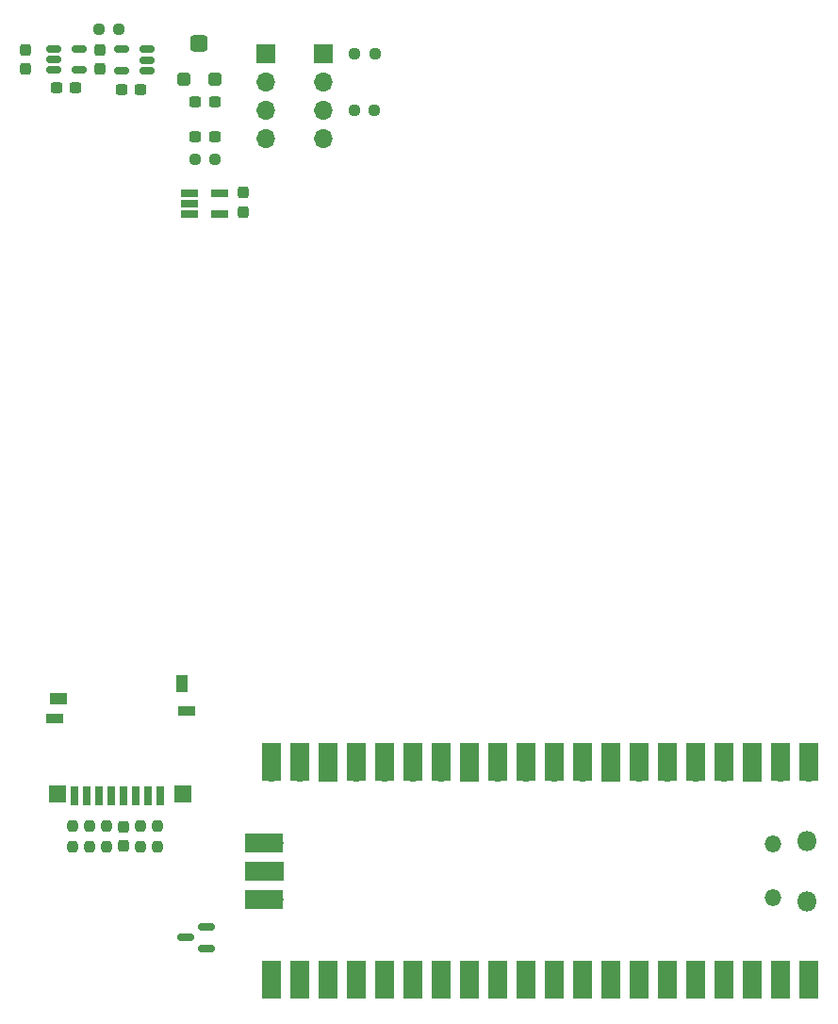
<source format=gts>
%TF.GenerationSoftware,KiCad,Pcbnew,(6.0.2-0)*%
%TF.CreationDate,2022-05-28T22:41:11-04:00*%
%TF.ProjectId,memory-phone-pcb,6d656d6f-7279-42d7-9068-6f6e652d7063,rev?*%
%TF.SameCoordinates,Original*%
%TF.FileFunction,Soldermask,Top*%
%TF.FilePolarity,Negative*%
%FSLAX46Y46*%
G04 Gerber Fmt 4.6, Leading zero omitted, Abs format (unit mm)*
G04 Created by KiCad (PCBNEW (6.0.2-0)) date 2022-05-28 22:41:11*
%MOMM*%
%LPD*%
G01*
G04 APERTURE LIST*
G04 Aperture macros list*
%AMRoundRect*
0 Rectangle with rounded corners*
0 $1 Rounding radius*
0 $2 $3 $4 $5 $6 $7 $8 $9 X,Y pos of 4 corners*
0 Add a 4 corners polygon primitive as box body*
4,1,4,$2,$3,$4,$5,$6,$7,$8,$9,$2,$3,0*
0 Add four circle primitives for the rounded corners*
1,1,$1+$1,$2,$3*
1,1,$1+$1,$4,$5*
1,1,$1+$1,$6,$7*
1,1,$1+$1,$8,$9*
0 Add four rect primitives between the rounded corners*
20,1,$1+$1,$2,$3,$4,$5,0*
20,1,$1+$1,$4,$5,$6,$7,0*
20,1,$1+$1,$6,$7,$8,$9,0*
20,1,$1+$1,$8,$9,$2,$3,0*%
G04 Aperture macros list end*
%ADD10O,1.500000X1.500000*%
%ADD11O,1.800000X1.800000*%
%ADD12O,1.700000X1.700000*%
%ADD13R,1.700000X3.500000*%
%ADD14R,1.700000X1.700000*%
%ADD15R,3.500000X1.700000*%
%ADD16RoundRect,0.237500X0.237500X-0.300000X0.237500X0.300000X-0.237500X0.300000X-0.237500X-0.300000X0*%
%ADD17RoundRect,0.237500X0.237500X-0.250000X0.237500X0.250000X-0.237500X0.250000X-0.237500X-0.250000X0*%
%ADD18RoundRect,0.150000X-0.512500X-0.150000X0.512500X-0.150000X0.512500X0.150000X-0.512500X0.150000X0*%
%ADD19RoundRect,0.150000X0.587500X0.150000X-0.587500X0.150000X-0.587500X-0.150000X0.587500X-0.150000X0*%
%ADD20RoundRect,0.237500X0.300000X0.237500X-0.300000X0.237500X-0.300000X-0.237500X0.300000X-0.237500X0*%
%ADD21RoundRect,0.237500X-0.250000X-0.237500X0.250000X-0.237500X0.250000X0.237500X-0.250000X0.237500X0*%
%ADD22RoundRect,0.150000X0.512500X0.150000X-0.512500X0.150000X-0.512500X-0.150000X0.512500X-0.150000X0*%
%ADD23RoundRect,0.237500X0.250000X0.237500X-0.250000X0.237500X-0.250000X-0.237500X0.250000X-0.237500X0*%
%ADD24R,0.762000X1.803400*%
%ADD25R,1.498600X1.498600*%
%ADD26R,1.549400X0.838200*%
%ADD27R,1.549400X1.041400*%
%ADD28R,1.041400X1.549400*%
%ADD29RoundRect,0.300000X-0.300000X-0.300000X0.300000X-0.300000X0.300000X0.300000X-0.300000X0.300000X0*%
%ADD30RoundRect,0.375000X-0.425000X-0.375000X0.425000X-0.375000X0.425000X0.375000X-0.425000X0.375000X0*%
%ADD31RoundRect,0.237500X-0.237500X0.250000X-0.237500X-0.250000X0.237500X-0.250000X0.237500X0.250000X0*%
%ADD32RoundRect,0.237500X-0.300000X-0.237500X0.300000X-0.237500X0.300000X0.237500X-0.300000X0.237500X0*%
%ADD33R,1.560000X0.650000*%
G04 APERTURE END LIST*
D10*
%TO.C,U4*%
X116728000Y-139839000D03*
D11*
X119758000Y-134689000D03*
X119758000Y-140139000D03*
D10*
X116728000Y-134989000D03*
D12*
X119888000Y-128524000D03*
D13*
X119888000Y-127624000D03*
D12*
X117348000Y-128524000D03*
D13*
X117348000Y-127624000D03*
X114808000Y-127624000D03*
D14*
X114808000Y-128524000D03*
D13*
X112268000Y-127624000D03*
D12*
X112268000Y-128524000D03*
X109728000Y-128524000D03*
D13*
X109728000Y-127624000D03*
D12*
X107188000Y-128524000D03*
D13*
X107188000Y-127624000D03*
X104648000Y-127624000D03*
D12*
X104648000Y-128524000D03*
D13*
X102108000Y-127624000D03*
D14*
X102108000Y-128524000D03*
D13*
X99568000Y-127624000D03*
D12*
X99568000Y-128524000D03*
D13*
X97028000Y-127624000D03*
D12*
X97028000Y-128524000D03*
D13*
X94488000Y-127624000D03*
D12*
X94488000Y-128524000D03*
X91948000Y-128524000D03*
D13*
X91948000Y-127624000D03*
D14*
X89408000Y-128524000D03*
D13*
X89408000Y-127624000D03*
D12*
X86868000Y-128524000D03*
D13*
X86868000Y-127624000D03*
X84328000Y-127624000D03*
D12*
X84328000Y-128524000D03*
X81788000Y-128524000D03*
D13*
X81788000Y-127624000D03*
D12*
X79248000Y-128524000D03*
D13*
X79248000Y-127624000D03*
X76708000Y-127624000D03*
D14*
X76708000Y-128524000D03*
D12*
X74168000Y-128524000D03*
D13*
X74168000Y-127624000D03*
X71628000Y-127624000D03*
D12*
X71628000Y-128524000D03*
X71628000Y-146304000D03*
D13*
X71628000Y-147204000D03*
X74168000Y-147204000D03*
D12*
X74168000Y-146304000D03*
D13*
X76708000Y-147204000D03*
D14*
X76708000Y-146304000D03*
D12*
X79248000Y-146304000D03*
D13*
X79248000Y-147204000D03*
D12*
X81788000Y-146304000D03*
D13*
X81788000Y-147204000D03*
X84328000Y-147204000D03*
D12*
X84328000Y-146304000D03*
X86868000Y-146304000D03*
D13*
X86868000Y-147204000D03*
D14*
X89408000Y-146304000D03*
D13*
X89408000Y-147204000D03*
X91948000Y-147204000D03*
D12*
X91948000Y-146304000D03*
X94488000Y-146304000D03*
D13*
X94488000Y-147204000D03*
D12*
X97028000Y-146304000D03*
D13*
X97028000Y-147204000D03*
X99568000Y-147204000D03*
D12*
X99568000Y-146304000D03*
D14*
X102108000Y-146304000D03*
D13*
X102108000Y-147204000D03*
X104648000Y-147204000D03*
D12*
X104648000Y-146304000D03*
D13*
X107188000Y-147204000D03*
D12*
X107188000Y-146304000D03*
X109728000Y-146304000D03*
D13*
X109728000Y-147204000D03*
X112268000Y-147204000D03*
D12*
X112268000Y-146304000D03*
D14*
X114808000Y-146304000D03*
D13*
X114808000Y-147204000D03*
X117348000Y-147204000D03*
D12*
X117348000Y-146304000D03*
X119888000Y-146304000D03*
D13*
X119888000Y-147204000D03*
D12*
X71858000Y-134874000D03*
D15*
X70958000Y-134874000D03*
X70958000Y-137414000D03*
D14*
X71858000Y-137414000D03*
D12*
X71858000Y-139954000D03*
D15*
X70958000Y-139954000D03*
%TD*%
D16*
%TO.C,C3*%
X58339289Y-135147789D03*
X58339289Y-133422789D03*
%TD*%
%TO.C,C4*%
X69088000Y-78205500D03*
X69088000Y-76480500D03*
%TD*%
D17*
%TO.C,R2*%
X61387289Y-135197789D03*
X61387289Y-133372789D03*
%TD*%
D18*
%TO.C,U3*%
X52072750Y-63566000D03*
X52072750Y-64516000D03*
X52072750Y-65466000D03*
X54347750Y-65466000D03*
X54347750Y-63566000D03*
%TD*%
D19*
%TO.C,U5*%
X65834500Y-144333000D03*
X65834500Y-142433000D03*
X63959500Y-143383000D03*
%TD*%
D20*
%TO.C,C2*%
X66521500Y-71501000D03*
X64796500Y-71501000D03*
%TD*%
D16*
%TO.C,C6*%
X49527250Y-65378500D03*
X49527250Y-63653500D03*
%TD*%
D21*
%TO.C,R5*%
X64746500Y-73533000D03*
X66571500Y-73533000D03*
%TD*%
D22*
%TO.C,U1*%
X60441000Y-65527000D03*
X60441000Y-64577000D03*
X60441000Y-63627000D03*
X58166000Y-63627000D03*
X58166000Y-65527000D03*
%TD*%
D17*
%TO.C,R3*%
X59863289Y-135197789D03*
X59863289Y-133372789D03*
%TD*%
D23*
%TO.C,R9*%
X80899000Y-69078000D03*
X79074000Y-69078000D03*
%TD*%
D24*
%TO.C,J3*%
X61636001Y-130665990D03*
X60536000Y-130665990D03*
X59436000Y-130665990D03*
X58336000Y-130665990D03*
X57236002Y-130665990D03*
X56136002Y-130665990D03*
X55036001Y-130665990D03*
X53936001Y-130665990D03*
D25*
X52460289Y-130513590D03*
X63710289Y-130513590D03*
D26*
X52130081Y-123688991D03*
X64040497Y-123038990D03*
D27*
X52485605Y-121934989D03*
D28*
X63639583Y-120613991D03*
%TD*%
D29*
%TO.C,RV1*%
X63751000Y-66316000D03*
D30*
X65151000Y-63066000D03*
D29*
X66551000Y-66316000D03*
%TD*%
D31*
%TO.C,R1*%
X56815289Y-133372789D03*
X56815289Y-135197789D03*
%TD*%
D17*
%TO.C,R4*%
X55291289Y-135197789D03*
X55291289Y-133372789D03*
%TD*%
D16*
%TO.C,C8*%
X56258250Y-65378500D03*
X56258250Y-63653500D03*
%TD*%
D20*
%TO.C,C1*%
X66521500Y-68326000D03*
X64796500Y-68326000D03*
%TD*%
D32*
%TO.C,C7*%
X52347750Y-67056000D03*
X54072750Y-67056000D03*
%TD*%
D14*
%TO.C,J2*%
X76327000Y-64008000D03*
D12*
X76327000Y-66548000D03*
X76327000Y-69088000D03*
X76327000Y-71628000D03*
%TD*%
D33*
%TO.C,U2*%
X64309000Y-76520000D03*
X64309000Y-77470000D03*
X64309000Y-78420000D03*
X67009000Y-78420000D03*
X67009000Y-76520000D03*
%TD*%
D20*
%TO.C,C5*%
X59912000Y-67244000D03*
X58187000Y-67244000D03*
%TD*%
D21*
%TO.C,R7*%
X56110500Y-61849000D03*
X57935500Y-61849000D03*
%TD*%
D14*
%TO.C,J1*%
X71120000Y-64008000D03*
D12*
X71120000Y-66548000D03*
X71120000Y-69088000D03*
X71120000Y-71628000D03*
%TD*%
D17*
%TO.C,R6*%
X53767289Y-135197789D03*
X53767289Y-133372789D03*
%TD*%
D23*
%TO.C,R8*%
X80922500Y-64008000D03*
X79097500Y-64008000D03*
%TD*%
M02*

</source>
